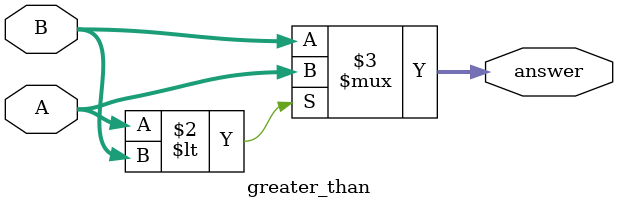
<source format=v>
`timescale 1ns / 1ps


module greater_than(
    input [5:0] A,
    input [5:0] B,
    output reg [5:0] answer
    );
    
    always@* begin
        answer = (A < B) ? A : B; // A = answer if less then
    end
endmodule

</source>
